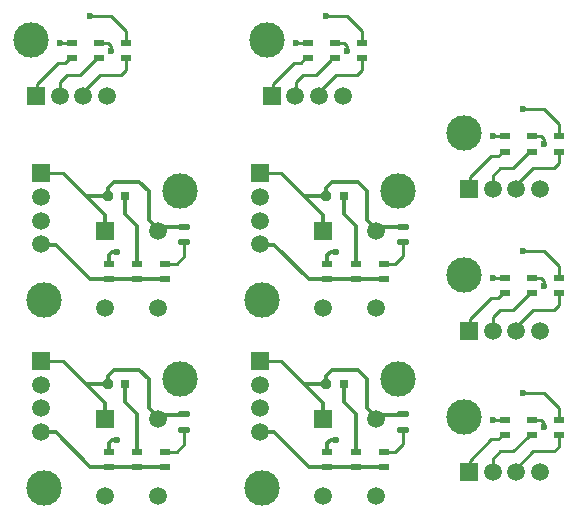
<source format=gtl>
G04*
G04 #@! TF.GenerationSoftware,Altium Limited,Altium Designer,20.1.8 (145)*
G04*
G04 Layer_Physical_Order=1*
G04 Layer_Color=255*
%FSLAX25Y25*%
%MOIN*%
G70*
G04*
G04 #@! TF.SameCoordinates,4EEE358A-EBC4-4D44-B4B5-89C592D5BD6F*
G04*
G04*
G04 #@! TF.FilePolarity,Positive*
G04*
G01*
G75*
%ADD10R,0.03740X0.01968*%
%ADD11R,0.03543X0.01968*%
%ADD12C,0.01000*%
G04:AMPARAMS|DCode=13|XSize=19.68mil|YSize=37.4mil|CornerRadius=4.92mil|HoleSize=0mil|Usage=FLASHONLY|Rotation=270.000|XOffset=0mil|YOffset=0mil|HoleType=Round|Shape=RoundedRectangle|*
%AMROUNDEDRECTD13*
21,1,0.01968,0.02756,0,0,270.0*
21,1,0.00984,0.03740,0,0,270.0*
1,1,0.00984,-0.01378,-0.00492*
1,1,0.00984,-0.01378,0.00492*
1,1,0.00984,0.01378,0.00492*
1,1,0.00984,0.01378,-0.00492*
%
%ADD13ROUNDEDRECTD13*%
G04:AMPARAMS|DCode=14|XSize=31.5mil|YSize=31.5mil|CornerRadius=7.87mil|HoleSize=0mil|Usage=FLASHONLY|Rotation=0.000|XOffset=0mil|YOffset=0mil|HoleType=Round|Shape=RoundedRectangle|*
%AMROUNDEDRECTD14*
21,1,0.03150,0.01575,0,0,0.0*
21,1,0.01575,0.03150,0,0,0.0*
1,1,0.01575,0.00787,-0.00787*
1,1,0.01575,-0.00787,-0.00787*
1,1,0.01575,-0.00787,0.00787*
1,1,0.01575,0.00787,0.00787*
%
%ADD14ROUNDEDRECTD14*%
%ADD15R,0.03150X0.03150*%
%ADD16C,0.01181*%
%ADD17C,0.00122*%
%ADD18C,0.05906*%
%ADD19R,0.05906X0.05906*%
%ADD20C,0.11811*%
%ADD21C,0.02362*%
%ADD22R,0.05906X0.05906*%
D10*
X120303Y151319D02*
D03*
Y156437D02*
D03*
X41732Y151319D02*
D03*
Y156437D02*
D03*
X54894Y15114D02*
D03*
Y20232D02*
D03*
X35996Y20126D02*
D03*
Y15008D02*
D03*
X45445Y15008D02*
D03*
Y20126D02*
D03*
X127728Y15114D02*
D03*
Y20232D02*
D03*
X108831Y20126D02*
D03*
Y15008D02*
D03*
X118280Y15008D02*
D03*
Y20126D02*
D03*
X54894Y77713D02*
D03*
Y82831D02*
D03*
X35996Y82724D02*
D03*
Y77606D02*
D03*
X45445Y77606D02*
D03*
Y82724D02*
D03*
X127728Y77713D02*
D03*
Y82831D02*
D03*
X108831Y82724D02*
D03*
Y77606D02*
D03*
X118280Y77606D02*
D03*
Y82724D02*
D03*
X186051Y25728D02*
D03*
Y30847D02*
D03*
Y72973D02*
D03*
Y78091D02*
D03*
Y120217D02*
D03*
Y125335D02*
D03*
D11*
X102303Y156437D02*
D03*
Y151319D02*
D03*
X111303Y156437D02*
D03*
Y151319D02*
D03*
X23732Y156437D02*
D03*
Y151319D02*
D03*
X32732Y156437D02*
D03*
Y151319D02*
D03*
X168051Y30847D02*
D03*
Y25728D02*
D03*
X177051Y30847D02*
D03*
Y25728D02*
D03*
X168051Y78091D02*
D03*
Y72973D02*
D03*
X177051Y78091D02*
D03*
Y72973D02*
D03*
X168051Y125335D02*
D03*
Y120217D02*
D03*
X177051Y125335D02*
D03*
Y120217D02*
D03*
D12*
X106051Y138878D02*
Y140126D01*
X118803Y145878D02*
X111803D01*
X106051Y140126D02*
X111803Y145878D01*
X100075Y149878D02*
X97803D01*
X90670Y142745D02*
X97803Y149878D01*
X90303Y138878D02*
X90670Y139245D01*
Y142745D01*
X100075Y149878D02*
X101516Y151319D01*
X105075Y145878D02*
X100803D01*
X110031Y150835D02*
Y150835D01*
X105075Y145878D02*
X110031Y150835D01*
X111303Y151319D02*
X110516D01*
X110031Y150835D02*
X110516Y151319D01*
X115303Y165378D02*
X108303D01*
X120303Y160378D02*
X115303Y165378D01*
X120303Y156437D02*
Y160378D01*
X102244Y156378D02*
X102303Y156437D01*
X102244Y156378D02*
X98303D01*
X120303Y147378D02*
Y151319D01*
X118803Y145878D02*
X120303Y147378D01*
X98177Y138878D02*
X98256Y138957D01*
Y143331D01*
X100803Y145878D01*
X102303Y151319D02*
X101516D01*
X115303Y153878D02*
Y155378D01*
X114244Y156437D01*
X111303D01*
X27480Y138878D02*
Y140126D01*
X40232Y145878D02*
X33232D01*
X27480Y140126D02*
X33232Y145878D01*
X21504Y149878D02*
X19232D01*
X12099Y142745D02*
X19232Y149878D01*
X11732Y138878D02*
X12099Y139245D01*
Y142745D01*
X21504Y149878D02*
X22945Y151319D01*
X26504Y145878D02*
X22232D01*
X31461Y150835D02*
Y150835D01*
X26504Y145878D02*
X31461Y150835D01*
X32732Y151319D02*
X31945D01*
X31461Y150835D02*
X31945Y151319D01*
X36732Y165378D02*
X29732D01*
X41732Y160378D02*
X36732Y165378D01*
X41732Y156437D02*
Y160378D01*
X23673Y156378D02*
X23732Y156437D01*
X23673Y156378D02*
X19732D01*
X41732Y147378D02*
Y151319D01*
X40232Y145878D02*
X41732Y147378D01*
X19606Y138878D02*
X19685Y138957D01*
Y143331D01*
X22232Y145878D01*
X23732Y151319D02*
X22945D01*
X36732Y153878D02*
Y155378D01*
X35673Y156437D01*
X32732D01*
X13555Y50350D02*
X20724D01*
X28310Y42764D01*
X61193Y22791D02*
Y27533D01*
X58634Y20232D02*
X61193Y22791D01*
X54894Y20232D02*
X58634D01*
X86390Y50350D02*
X93559D01*
X101145Y42764D01*
X134028Y22791D02*
Y27533D01*
X131468Y20232D02*
X134028Y22791D01*
X127728Y20232D02*
X131468D01*
X13555Y112949D02*
X20724D01*
X28310Y105362D01*
X61193Y85390D02*
Y90131D01*
X58634Y82831D02*
X61193Y85390D01*
X54894Y82831D02*
X58634D01*
X86390Y112949D02*
X93559D01*
X101145Y105362D01*
X134028Y85390D02*
Y90131D01*
X131468Y82831D02*
X134028Y85390D01*
X127728Y82831D02*
X131468D01*
X171799Y13287D02*
Y14536D01*
X184551Y20287D02*
X177551D01*
X171799Y14536D02*
X177551Y20287D01*
X165823Y24287D02*
X163551D01*
X156418Y17154D02*
X163551Y24287D01*
X156051Y13287D02*
X156418Y13654D01*
Y17154D01*
X165823Y24287D02*
X167264Y25728D01*
X170823Y20287D02*
X166551D01*
X175779Y25244D02*
Y25244D01*
X170823Y20287D02*
X175779Y25244D01*
X177051Y25728D02*
X176264D01*
X175779Y25244D02*
X176264Y25728D01*
X181051Y39787D02*
X174051D01*
X186051Y34787D02*
X181051Y39787D01*
X186051Y30847D02*
Y34787D01*
X167992Y30787D02*
X168051Y30847D01*
X167992Y30787D02*
X164051D01*
X186051Y21787D02*
Y25728D01*
X184551Y20287D02*
X186051Y21787D01*
X163925Y13287D02*
X164004Y13366D01*
Y17740D01*
X166551Y20287D01*
X168051Y25728D02*
X167264D01*
X181051Y28287D02*
Y29787D01*
X179992Y30847D01*
X177051D01*
X171799Y60532D02*
Y61780D01*
X184551Y67532D02*
X177551D01*
X171799Y61780D02*
X177551Y67532D01*
X165823Y71531D02*
X163551D01*
X156418Y64398D02*
X163551Y71531D01*
X156051Y60532D02*
X156418Y60898D01*
Y64398D01*
X165823Y71531D02*
X167264Y72973D01*
X170823Y67532D02*
X166551D01*
X175779Y72488D02*
Y72488D01*
X170823Y67532D02*
X175779Y72488D01*
X177051Y72973D02*
X176264D01*
X175779Y72488D02*
X176264Y72973D01*
X181051Y87032D02*
X174051D01*
X186051Y82032D02*
X181051Y87032D01*
X186051Y78091D02*
Y82032D01*
X167992Y78031D02*
X168051Y78091D01*
X167992Y78031D02*
X164051D01*
X186051Y69032D02*
Y72973D01*
X184551Y67532D02*
X186051Y69032D01*
X163925Y60532D02*
X164004Y60610D01*
Y64984D01*
X166551Y67532D01*
X168051Y72973D02*
X167264D01*
X181051Y75532D02*
Y77031D01*
X179992Y78091D01*
X177051D01*
X171799Y107776D02*
Y109024D01*
X184551Y114776D02*
X177551D01*
X171799Y109024D02*
X177551Y114776D01*
X165823Y118776D02*
X163551D01*
X156418Y111643D02*
X163551Y118776D01*
X156051Y107776D02*
X156418Y108142D01*
Y111643D01*
X165823Y118776D02*
X167264Y120217D01*
X170823Y114776D02*
X166551D01*
X175779Y119732D02*
Y119732D01*
X170823Y114776D02*
X175779Y119732D01*
X177051Y120217D02*
X176264D01*
X175779Y119732D02*
X176264Y120217D01*
X181051Y134276D02*
X174051D01*
X186051Y129276D02*
X181051Y134276D01*
X186051Y125335D02*
Y129276D01*
X167992Y125276D02*
X168051Y125335D01*
X167992Y125276D02*
X164051D01*
X186051Y116276D02*
Y120217D01*
X184551Y114776D02*
X186051Y116276D01*
X163925Y107776D02*
X164004Y107854D01*
Y112228D01*
X166551Y114776D01*
X168051Y120217D02*
X167264D01*
X181051Y122776D02*
Y124276D01*
X179992Y125335D01*
X177051D01*
D13*
X61193Y32651D02*
D03*
Y27533D02*
D03*
X134028Y32651D02*
D03*
Y27533D02*
D03*
X61193Y95249D02*
D03*
Y90131D02*
D03*
X134028Y95249D02*
D03*
Y90131D02*
D03*
D14*
X35602Y42764D02*
D03*
X108437D02*
D03*
X35602Y105362D02*
D03*
X108437D02*
D03*
D15*
X41508Y42764D02*
D03*
X114342D02*
D03*
X41508Y105362D02*
D03*
X114342D02*
D03*
D16*
X13555Y26728D02*
X13678Y26605D01*
X18280D01*
X35996Y15008D02*
X45445D01*
X35996Y15008D02*
X35996Y15008D01*
X55287D02*
X55287Y15008D01*
X45445Y15008D02*
X55287D01*
X41508Y36858D02*
X45445Y32921D01*
Y20126D02*
Y32921D01*
X41508Y36858D02*
Y42764D01*
X29877Y15008D02*
X35996D01*
X18280Y26605D02*
X29877Y15008D01*
X28310Y42764D02*
X34618Y36456D01*
Y31150D02*
Y36456D01*
X28310Y42764D02*
X35602D01*
X52335Y31150D02*
X53613D01*
X55008Y32544D01*
X61193D01*
X49382Y34878D02*
Y44339D01*
Y34878D02*
X52335Y31925D01*
Y31150D02*
Y31925D01*
X46232Y47488D02*
X49382Y44339D01*
X37571Y47488D02*
X46232D01*
X35602Y45520D02*
X37571Y47488D01*
X35602Y42764D02*
Y45520D01*
X35996Y20126D02*
Y23079D01*
X37177Y24260D01*
X38752D01*
X86390Y26728D02*
X86513Y26605D01*
X91114D01*
X108831Y15008D02*
X118280D01*
X108831Y15008D02*
X108831Y15008D01*
X128122D02*
X128122Y15008D01*
X118280Y15008D02*
X128122D01*
X114342Y36858D02*
X118280Y32921D01*
Y20126D02*
Y32921D01*
X114342Y36858D02*
Y42764D01*
X102712Y15008D02*
X108831D01*
X91114Y26605D02*
X102712Y15008D01*
X101145Y42764D02*
X107453Y36456D01*
Y31150D02*
Y36456D01*
X101145Y42764D02*
X108437D01*
X125169Y31150D02*
X126448D01*
X127842Y32544D01*
X134028D01*
X122216Y34878D02*
Y44339D01*
Y34878D02*
X125169Y31925D01*
Y31150D02*
Y31925D01*
X119067Y47488D02*
X122216Y44339D01*
X110406Y47488D02*
X119067D01*
X108437Y45520D02*
X110406Y47488D01*
X108437Y42764D02*
Y45520D01*
X108831Y20126D02*
Y23079D01*
X110012Y24260D01*
X111587D01*
X13555Y89327D02*
X13678Y89204D01*
X18280D01*
X35996Y77606D02*
X45445D01*
X35996Y77606D02*
X35996Y77606D01*
X55287D02*
X55287Y77606D01*
X45445Y77606D02*
X55287D01*
X41508Y99457D02*
X45445Y95520D01*
Y82724D02*
Y95520D01*
X41508Y99457D02*
Y105362D01*
X29877Y77606D02*
X35996D01*
X18280Y89204D02*
X29877Y77606D01*
X28310Y105362D02*
X34618Y99055D01*
Y93748D02*
Y99055D01*
X28310Y105362D02*
X35602D01*
X52335Y93748D02*
X53613D01*
X55008Y95143D01*
X61193D01*
X49382Y97477D02*
Y106937D01*
Y97477D02*
X52335Y94524D01*
Y93748D02*
Y94524D01*
X46232Y110087D02*
X49382Y106937D01*
X37571Y110087D02*
X46232D01*
X35602Y108118D02*
X37571Y110087D01*
X35602Y105362D02*
Y108118D01*
X35996Y82724D02*
Y85677D01*
X37177Y86858D01*
X38752D01*
X86390Y89327D02*
X86513Y89204D01*
X91114D01*
X108831Y77606D02*
X118280D01*
X108831Y77606D02*
X108831Y77606D01*
X128122D02*
X128122Y77606D01*
X118280Y77606D02*
X128122D01*
X114342Y99457D02*
X118280Y95520D01*
Y82724D02*
Y95520D01*
X114342Y99457D02*
Y105362D01*
X102712Y77606D02*
X108831D01*
X91114Y89204D02*
X102712Y77606D01*
X101145Y105362D02*
X107453Y99055D01*
Y93748D02*
Y99055D01*
X101145Y105362D02*
X108437D01*
X125169Y93748D02*
X126448D01*
X127842Y95143D01*
X134028D01*
X122216Y97477D02*
Y106937D01*
Y97477D02*
X125169Y94524D01*
Y93748D02*
Y94524D01*
X119067Y110087D02*
X122216Y106937D01*
X110406Y110087D02*
X119067D01*
X108437Y108118D02*
X110406Y110087D01*
X108437Y105362D02*
Y108118D01*
X108831Y82724D02*
Y85677D01*
X110012Y86858D01*
X111587D01*
D17*
X174213Y138189D02*
D03*
X170275D02*
D03*
X162401D02*
D03*
X166339D02*
D03*
Y140945D02*
D03*
X162401D02*
D03*
X170275D02*
D03*
X174213D02*
D03*
X127165Y152165D02*
D03*
Y148228D02*
D03*
Y140354D02*
D03*
Y144291D02*
D03*
X129921D02*
D03*
Y140354D02*
D03*
Y148228D02*
D03*
Y152165D02*
D03*
X75591Y151772D02*
D03*
Y147835D02*
D03*
Y139961D02*
D03*
Y143898D02*
D03*
X78347D02*
D03*
Y139961D02*
D03*
Y147835D02*
D03*
Y151772D02*
D03*
X50984Y151772D02*
D03*
Y147835D02*
D03*
Y139961D02*
D03*
Y143898D02*
D03*
X48228D02*
D03*
Y139961D02*
D03*
Y147835D02*
D03*
Y151772D02*
D03*
X141929Y84818D02*
D03*
Y80881D02*
D03*
Y88755D02*
D03*
Y92692D02*
D03*
X174213Y90748D02*
D03*
X170275D02*
D03*
X162401D02*
D03*
X166339D02*
D03*
Y93504D02*
D03*
X162401D02*
D03*
X170275D02*
D03*
X174213D02*
D03*
X69488Y84818D02*
D03*
Y80881D02*
D03*
Y88755D02*
D03*
Y92692D02*
D03*
X36811Y125763D02*
D03*
X32874D02*
D03*
X25000D02*
D03*
X28937D02*
D03*
Y123007D02*
D03*
X25000D02*
D03*
X32874D02*
D03*
X36811D02*
D03*
X144685Y92692D02*
D03*
Y88755D02*
D03*
Y80881D02*
D03*
Y84818D02*
D03*
X109252Y125763D02*
D03*
X105315D02*
D03*
X97441D02*
D03*
X101378D02*
D03*
Y123007D02*
D03*
X97441D02*
D03*
X105315D02*
D03*
X109252D02*
D03*
X72244Y92692D02*
D03*
Y88755D02*
D03*
Y80881D02*
D03*
Y84818D02*
D03*
Y21654D02*
D03*
Y17717D02*
D03*
Y25591D02*
D03*
Y29528D02*
D03*
X174213Y46260D02*
D03*
X170275D02*
D03*
X162401D02*
D03*
X166339D02*
D03*
Y43504D02*
D03*
X162401D02*
D03*
X170275D02*
D03*
X174213D02*
D03*
X109252Y59842D02*
D03*
X105315D02*
D03*
X97441D02*
D03*
X101378D02*
D03*
Y62598D02*
D03*
X97441D02*
D03*
X105315D02*
D03*
X109252D02*
D03*
X141929Y29528D02*
D03*
Y25591D02*
D03*
Y17717D02*
D03*
Y21654D02*
D03*
X144685D02*
D03*
Y17717D02*
D03*
Y25591D02*
D03*
Y29528D02*
D03*
X36811Y59842D02*
D03*
X32874D02*
D03*
X25000D02*
D03*
X28937D02*
D03*
Y62598D02*
D03*
X25000D02*
D03*
X32874D02*
D03*
X36811D02*
D03*
X69488Y29528D02*
D03*
Y25591D02*
D03*
Y17717D02*
D03*
Y21654D02*
D03*
D18*
X113925Y138878D02*
D03*
X98177D02*
D03*
X106051D02*
D03*
X35354D02*
D03*
X19606D02*
D03*
X27480D02*
D03*
X13555Y26728D02*
D03*
Y42476D02*
D03*
Y34602D02*
D03*
X34618Y5559D02*
D03*
X52335D02*
D03*
Y31150D02*
D03*
X86390Y26728D02*
D03*
Y42476D02*
D03*
Y34602D02*
D03*
X107453Y5559D02*
D03*
X125169D02*
D03*
Y31150D02*
D03*
X13555Y89327D02*
D03*
Y105075D02*
D03*
Y97201D02*
D03*
X34618Y68158D02*
D03*
X52335D02*
D03*
Y93748D02*
D03*
X86390Y89327D02*
D03*
Y105075D02*
D03*
Y97201D02*
D03*
X107453Y68158D02*
D03*
X125169D02*
D03*
Y93748D02*
D03*
X179673Y13287D02*
D03*
X163925D02*
D03*
X171799D02*
D03*
X179673Y60532D02*
D03*
X163925D02*
D03*
X171799D02*
D03*
X179673Y107776D02*
D03*
X163925D02*
D03*
X171799D02*
D03*
D19*
X90303Y138878D02*
D03*
X11732D02*
D03*
X156051Y13287D02*
D03*
Y60532D02*
D03*
Y107776D02*
D03*
D20*
X88803Y157378D02*
D03*
X10232D02*
D03*
X59618Y44339D02*
D03*
X14343Y8118D02*
D03*
X132453Y44339D02*
D03*
X87177Y8118D02*
D03*
X59618Y106937D02*
D03*
X14343Y70717D02*
D03*
X132453Y106937D02*
D03*
X87177Y70717D02*
D03*
X154551Y31787D02*
D03*
Y79031D02*
D03*
Y126276D02*
D03*
D21*
X108303Y165378D02*
D03*
X98303Y156378D02*
D03*
X115303Y153878D02*
D03*
X29732Y165378D02*
D03*
X19732Y156378D02*
D03*
X36732Y153878D02*
D03*
X38752Y24260D02*
D03*
X111587D02*
D03*
X38752Y86858D02*
D03*
X111587D02*
D03*
X174051Y39787D02*
D03*
X164051Y30787D02*
D03*
X181051Y28287D02*
D03*
X174051Y87032D02*
D03*
X164051Y78031D02*
D03*
X181051Y75532D02*
D03*
X174051Y134276D02*
D03*
X164051Y125276D02*
D03*
X181051Y122776D02*
D03*
D22*
X13555Y50350D02*
D03*
X34618Y31150D02*
D03*
X86390Y50350D02*
D03*
X107453Y31150D02*
D03*
X13555Y112949D02*
D03*
X34618Y93748D02*
D03*
X86390Y112949D02*
D03*
X107453Y93748D02*
D03*
M02*

</source>
